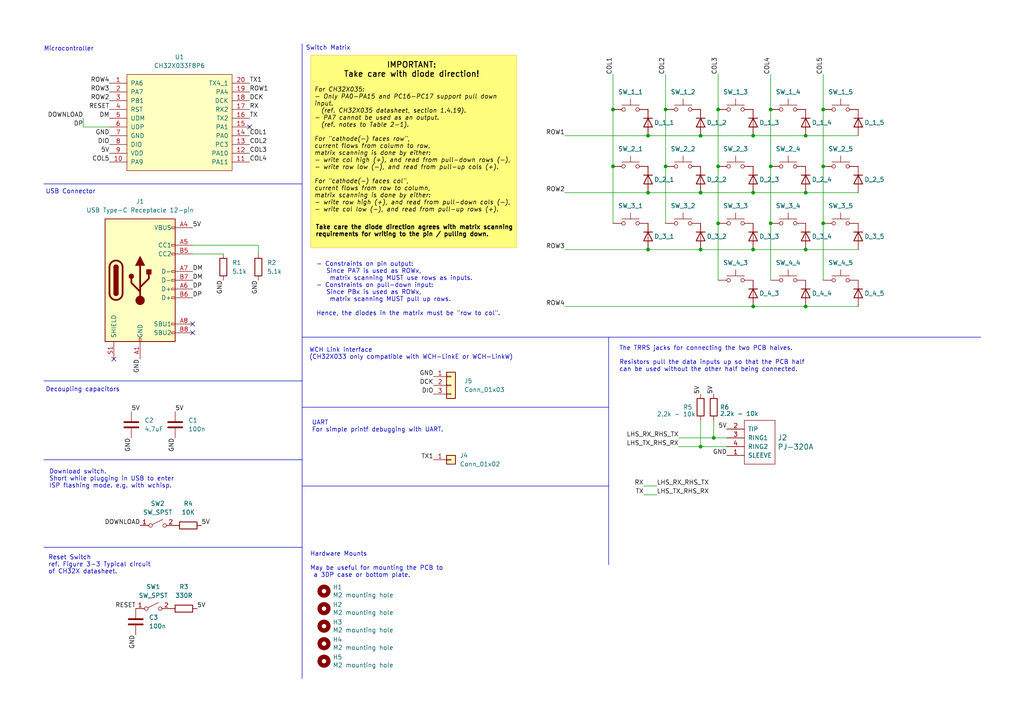
<source format=kicad_sch>
(kicad_sch (version 20250114) (generator "eeschema") (generator_version "9.0")
  (paper "A4")
  (title_block (title "CH32X-36 (LHS)") (date "2025-03-11") (rev "rev2025.1") (company "Richard Goulter (rgoulter)") (comment 1 "Using CH32X MCU.") (comment 2 "LHS of split 3x5+3 keyboard") (comment 3 "Project: https://github.com/rgoulter/keyboard-labs"))
  (lib_symbols
    (symbol "Connector:USB_C_Receptacle_USB2.0" (pin_names (offset 1.016))
      (property "Reference" "J" (at -10.16 19.05 0))
      (property "Value" "USB_C_Receptacle_USB2.0" (at 19.05 19.05 0))
      (symbol "USB_C_Receptacle_USB2.0_0_0"
        (rectangle (start -0.254 -17.78) (end 0.254 -16.764))
        (rectangle (start 10.16 15.494) (end 9.144 14.986))
        (rectangle (start 10.16 10.414) (end 9.144 9.906))
        (rectangle (start 10.16 7.874) (end 9.144 7.366))
        (rectangle (start 10.16 2.794) (end 9.144 2.286))
        (rectangle (start 10.16 0.254) (end 9.144 -0.254))
        (rectangle (start 10.16 -2.286) (end 9.144 -2.794))
        (rectangle (start 10.16 -4.826) (end 9.144 -5.334))
        (rectangle (start 10.16 -12.446) (end 9.144 -12.954))
        (rectangle (start 10.16 -14.986) (end 9.144 -15.494))
      )
      (symbol "USB_C_Receptacle_USB2.0_0_1"
        (rectangle (start -10.16 17.78) (end 10.16 -17.78) (stroke (width 0.254)) (fill (type background)))
        (polyline (pts (xy -8.89 -3.81) (xy -8.89 3.81)) (stroke (width 0.508)))
        (rectangle (start -7.62 -3.81) (end -6.35 3.81) (stroke (width 0.254)) (fill (type outline)))
        (arc (start -7.62 3.81) (mid -6.985 4.4423) (end -6.35 3.81) (stroke (width 0.254)))
        (arc (start -7.62 3.81) (mid -6.985 4.4423) (end -6.35 3.81) (stroke (width 0.254)) (fill (type outline)))
        (arc (start -8.89 3.81) (mid -6.985 5.7067) (end -5.08 3.81) (stroke (width 0.508)))
        (arc (start -5.08 -3.81) (mid -6.985 -5.7067) (end -8.89 -3.81) (stroke (width 0.508)))
        (arc (start -6.35 -3.81) (mid -6.985 -4.4423) (end -7.62 -3.81) (stroke (width 0.254)))
        (arc (start -6.35 -3.81) (mid -6.985 -4.4423) (end -7.62 -3.81) (stroke (width 0.254)) (fill (type outline)))
        (polyline (pts (xy -5.08 3.81) (xy -5.08 -3.81)) (stroke (width 0.508)))
        (circle (center -2.54 1.143) (radius 0.635) (stroke (width 0.254)) (fill (type outline)))
        (polyline (pts (xy -1.27 4.318) (xy 0 6.858) (xy 1.27 4.318) (xy -1.27 4.318)) (stroke (width 0.254)) (fill (type outline)))
        (polyline (pts (xy 0 -2.032) (xy 2.54 0.508) (xy 2.54 1.778)) (stroke (width 0.508)))
        (polyline (pts (xy 0 -3.302) (xy -2.54 -0.762) (xy -2.54 0.508)) (stroke (width 0.508)))
        (polyline (pts (xy 0 -5.842) (xy 0 4.318)) (stroke (width 0.508)))
        (circle (center 0 -5.842) (radius 1.27) (fill (type outline)))
        (rectangle (start 1.905 1.778) (end 3.175 3.048) (stroke (width 0.254)) (fill (type outline)))
      )
      (symbol "USB_C_Receptacle_USB2.0_1_1"
        (pin passive line (at -7.62 -22.86 90) (length 5.08) (name "SHIELD") (number "S1"))
        (pin passive line (at 0 -22.86 90) (length 5.08) (name "GND") (number "A1"))
        (pin passive line (at 0 -22.86 90) (length 5.08) (hide yes) (name "GND") (number "A12"))
        (pin passive line (at 0 -22.86 90) (length 5.08) (hide yes) (name "GND") (number "B1"))
        (pin passive line (at 0 -22.86 90) (length 5.08) (hide yes) (name "GND") (number "B12"))
        (pin passive line (at 15.24 15.24 180) (length 5.08) (name "VBUS") (number "A4"))
        (pin passive line (at 15.24 15.24 180) (length 5.08) (hide yes) (name "VBUS") (number "A9"))
        (pin passive line (at 15.24 15.24 180) (length 5.08) (hide yes) (name "VBUS") (number "B4"))
        (pin passive line (at 15.24 15.24 180) (length 5.08) (hide yes) (name "VBUS") (number "B9"))
        (pin bidirectional line (at 15.24 10.16 180) (length 5.08) (name "CC1") (number "A5"))
        (pin bidirectional line (at 15.24 7.62 180) (length 5.08) (name "CC2") (number "B5"))
        (pin bidirectional line (at 15.24 2.54 180) (length 5.08) (name "D-") (number "A7"))
        (pin bidirectional line (at 15.24 0 180) (length 5.08) (name "D-") (number "B7"))
        (pin bidirectional line (at 15.24 -2.54 180) (length 5.08) (name "D+") (number "A6"))
        (pin bidirectional line (at 15.24 -5.08 180) (length 5.08) (name "D+") (number "B6"))
        (pin bidirectional line (at 15.24 -12.7 180) (length 5.08) (name "SBU1") (number "A8"))
        (pin bidirectional line (at 15.24 -15.24 180) (length 5.08) (name "SBU2") (number "B8"))
      )
    )
    (symbol "Connector_Generic:Conn_01x01" (pin_names (offset 1.016) (hide yes))
      (property "Reference" "J" (at 0 2.54 0))
      (property "Value" "Conn_01x01" (at 0 -2.54 0))
      (symbol "Conn_01x01_1_1"
        (rectangle (start -1.27 1.27) (end 1.27 -1.27) (stroke (width 0.254)) (fill (type background)))
        (rectangle (start -1.27 0.127) (end 0 -0.127) (stroke (width 0.1524)))
        (pin passive line (at -5.08 0 0) (length 3.81) (name "Pin_1") (number "1"))
      )
    )
    (symbol "Connector_Generic:Conn_01x03" (pin_names (offset 1.016) (hide yes))
      (property "Reference" "J" (at 0 5.08 0))
      (property "Value" "Conn_01x03" (at 0 -5.08 0))
      (symbol "Conn_01x03_1_1"
        (rectangle (start -1.27 3.81) (end 1.27 -3.81) (stroke (width 0.254)) (fill (type background)))
        (rectangle (start -1.27 2.667) (end 0 2.413) (stroke (width 0.1524)))
        (rectangle (start -1.27 0.127) (end 0 -0.127) (stroke (width 0.1524)))
        (rectangle (start -1.27 -2.413) (end 0 -2.667) (stroke (width 0.1524)))
        (pin passive line (at -5.08 2.54 0) (length 3.81) (name "Pin_1") (number "1"))
        (pin passive line (at -5.08 0 0) (length 3.81) (name "Pin_2") (number "2"))
        (pin passive line (at -5.08 -2.54 0) (length 3.81) (name "Pin_3") (number "3"))
      )
    )
    (symbol "Device:C" (pin_numbers (hide yes)) (pin_names (offset 0.254))
      (property "Reference" "C" (at 0.635 2.54 0))
      (property "Value" "C" (at 0.635 -2.54 0))
      (symbol "C_0_1"
        (polyline (pts (xy -2.032 0.762) (xy 2.032 0.762)) (stroke (width 0.508)))
        (polyline (pts (xy -2.032 -0.762) (xy 2.032 -0.762)) (stroke (width 0.508)))
      )
      (symbol "C_1_1"
        (pin passive line (at 0 3.81 270) (length 2.794) (name "~") (number "1"))
        (pin passive line (at 0 -3.81 90) (length 2.794) (name "~") (number "2"))
      )
    )
    (symbol "Device:D" (pin_numbers (hide yes)) (pin_names (offset 1.016) (hide yes))
      (property "Reference" "D" (at 0 2.54 0))
      (property "Value" "D" (at 0 -2.54 0))
      (symbol "D_0_1"
        (polyline (pts (xy -1.27 1.27) (xy -1.27 -1.27)) (stroke (width 0.254)))
        (polyline (pts (xy 1.27 1.27) (xy 1.27 -1.27) (xy -1.27 0) (xy 1.27 1.27)) (stroke (width 0.254)))
        (polyline (pts (xy 1.27 0) (xy -1.27 0)))
      )
      (symbol "D_1_1"
        (pin passive line (at -3.81 0 0) (length 2.54) (name "K") (number "1"))
        (pin passive line (at 3.81 0 180) (length 2.54) (name "A") (number "2"))
      )
    )
    (symbol "Device:R" (pin_numbers (hide yes)) (pin_names (offset 0))
      (property "Reference" "R" (at 2.032 0 90))
      (property "Value" "R" (at 0 0 90))
      (symbol "R_0_1"
        (rectangle (start -1.016 -2.54) (end 1.016 2.54) (stroke (width 0.254)))
      )
      (symbol "R_1_1"
        (pin passive line (at 0 3.81 270) (length 1.27) (name "~") (number "1"))
        (pin passive line (at 0 -3.81 90) (length 1.27) (name "~") (number "2"))
      )
    )
    (symbol "Mechanical:MountingHole" (pin_names (offset 1.016))
      (property "Reference" "H" (at 0 5.08 0))
      (property "Value" "MountingHole" (at 0 3.175 0))
      (symbol "MountingHole_0_1"
        (circle (center 0 0) (radius 1.27) (stroke (width 1.27)))
      )
    )
    (symbol "ProjectLocal:CH32X033F8P6" (pin_names (offset 1.016))
      (property "Reference" "U" (at -12.7 27.94 0))
      (property "Value" "CH32X033F8P6" (at 0 12.7 90))
      (symbol "CH32X033F8P6_0_1"
        (rectangle (start -15.24 25.4) (end 15.24 -2.54) (fill (type background)))
      )
      (symbol "CH32X033F8P6_1_1"
        (pin bidirectional line (at -20.32 22.86 0) (length 5.08) (name "PA6") (number "1"))
        (pin input line (at -20.32 20.32 0) (length 5.08) (name "PA7") (number "2"))
        (pin input line (at -20.32 17.78 0) (length 5.08) (name "PB1") (number "3"))
        (pin bidirectional line (at -20.32 15.24 0) (length 5.08) (name "PB7") (number "4") (alternate "RST" bidirectional line))
        (pin input line (at -20.32 12.7 0) (length 5.08) (name "PC16") (number "5") (alternate "UDM" bidirectional line))
        (pin input line (at -20.32 10.16 0) (length 5.08) (name "PC17") (number "6") (alternate "UDP" bidirectional line))
        (pin input line (at -20.32 7.62 0) (length 5.08) (name "GND") (number "7"))
        (pin bidirectional line (at -20.32 5.08 0) (length 5.08) (name "PC18") (number "8") (alternate "DIO" bidirectional line))
        (pin input line (at -20.32 2.54 0) (length 5.08) (name "VDD") (number "9"))
        (pin bidirectional line (at -20.32 0 0) (length 5.08) (name "PA9") (number "10"))
        (pin bidirectional line (at 20.32 22.86 180) (length 5.08) (name "PA5") (number "20") (alternate "TX4_1" power_out line))
        (pin bidirectional line (at 20.32 20.32 180) (length 5.08) (name "PA4") (number "19"))
        (pin bidirectional line (at 20.32 17.78 180) (length 5.08) (name "PC19") (number "18") (alternate "DCK" power_out line))
        (pin bidirectional line (at 20.32 15.24 180) (length 5.08) (name "PA3") (number "17") (alternate "RX2" bidirectional line))
        (pin bidirectional line (at 20.32 12.7 180) (length 5.08) (name "PA2") (number "16") (alternate "TX2" bidirectional line))
        (pin bidirectional line (at 20.32 10.16 180) (length 5.08) (name "PA1") (number "15"))
        (pin bidirectional line (at 20.32 7.62 180) (length 5.08) (name "PA0") (number "14"))
        (pin bidirectional line (at 20.32 5.08 180) (length 5.08) (name "PC3") (number "13"))
        (pin bidirectional line (at 20.32 2.54 180) (length 5.08) (name "PA10") (number "12"))
        (pin bidirectional line (at 20.32 0 180) (length 5.08) (name "PA11") (number "11"))
      )
    )
    (symbol "Switch:SW_Push" (pin_numbers (hide yes)) (pin_names (offset 1.016) (hide yes))
      (property "Reference" "SW" (at 1.27 2.54 0))
      (property "Value" "SW_Push" (at 0 -1.524 0))
      (symbol "SW_Push_0_1"
        (circle (center -2.032 0) (radius 0.508))
        (polyline (pts (xy 0 1.27) (xy 0 3.048)))
        (circle (center 2.032 0) (radius 0.508))
        (polyline (pts (xy 2.54 1.27) (xy -2.54 1.27)))
        (pin passive line (at -5.08 0 0) (length 2.54) (name "1") (number "1"))
        (pin passive line (at 5.08 0 180) (length 2.54) (name "2") (number "2"))
      )
    )
    (symbol "Switch:SW_SPST" (pin_names (offset 0) (hide yes))
      (property "Reference" "SW" (at 0 3.175 0))
      (property "Value" "SW_SPST" (at 0 -2.54 0))
      (symbol "SW_SPST_0_0"
        (circle (center -2.032 0) (radius 0.508))
        (polyline (pts (xy -1.524 0.254) (xy 1.524 1.778)))
        (circle (center 2.032 0) (radius 0.508))
      )
      (symbol "SW_SPST_1_1"
        (pin passive line (at -5.08 0 0) (length 2.54) (name "A") (number "1"))
        (pin passive line (at 5.08 0 180) (length 2.54) (name "B") (number "2"))
      )
    )
    (symbol "keebio:TRRS" (pin_names (offset 1.016))
      (property "Reference" "U" (at 0 15.24 0))
      (property "Value" "TRRS" (at 0 -2.54 0))
      (symbol "TRRS_0_1"
        (rectangle (start -3.81 12.7) (end 5.08 12.7))
        (rectangle (start -3.81 0) (end -3.81 12.7))
        (rectangle (start 5.08 12.7) (end 5.08 0))
        (rectangle (start 5.08 0) (end -3.81 0))
      )
      (symbol "TRRS_1_1"
        (pin input line (at -8.89 10.16 0) (length 5.08) (name "TIP") (number "2"))
        (pin input line (at -8.89 7.62 0) (length 5.08) (name "RING1") (number "3"))
        (pin input line (at -8.89 5.08 0) (length 5.08) (name "RING2") (number "4"))
        (pin input line (at -8.89 2.54 0) (length 5.08) (name "SLEEVE") (number "1"))
      )
    )
  )
  (text "Hardware Mounts\n\nMay be useful for mounting the PCB to\n a 3DP case or bottom plate." (at 89.916 167.64 0) (effects (font (size 1.27 1.27)) (justify left bottom)))
  (text "UART\nFor simple printf debugging with UART." (at 90.424 125.476 0) (effects (font (size 1.27 1.27)) (justify left bottom)))
  (text "IMPORTANT:\nTake care with diode direction!" (at 119.38 20.32 0) (effects (font (size 1.651 1.651) (thickness 0.254) (bold yes))))
  (text "The TRRS jacks for connecting the two PCB halves.\n\nResistors pull the data inputs up so that the PCB half\ncan be used without the other half being connected." (at 179.578 107.95 0) (effects (font (size 1.27 1.27)) (justify left bottom)))
  (text "Download switch.\nShort while plugging in USB to enter\nISP flashing mode. e.g. with wchisp." (at 14.224 141.732 0) (effects (font (size 1.27 1.27)) (justify left bottom)))
  (text "Take care the diode direction agrees with matrix scanning\nrequirements for writing to the pin / pulling down." (at 91.44 67.056 0) (effects (font (size 1.27 1.27) (thickness 0.254) (bold yes)) (justify left)))
  (text "Microcontroller" (at 12.7 14.986 0) (effects (font (size 1.27 1.27)) (justify left bottom)))
  (text "Decoupling capacitors" (at 13.208 113.792 0) (effects (font (size 1.27 1.27)) (justify left bottom)))
  (text "USB Connector" (at 13.208 56.388 0) (effects (font (size 1.27 1.27)) (justify left bottom)))
  (text "WCH Link interface\n(CH32X033 only compatible with WCH-LinkE or WCH-LinkW)" (at 89.662 104.394 0) (effects (font (size 1.27 1.27)) (justify left bottom)))
  (text "Reset Switch\nref. Figure 3-3 Typical circuit\nof CH32X datasheet." (at 13.97 166.624 0) (effects (font (size 1.27 1.27)) (justify left bottom)))
  (text "Switch Matrix" (at 88.646 14.732 0) (effects (font (size 1.27 1.27)) (justify left bottom)))
  (text "- Constraints on pin output:\n   Since PA7 is used as ROWx,\n    matrix scanning MUST use rows as inputs.\n- Constraints on pull-down input:\n   Since PBx is used as ROWx,\n    matrix scanning MUST pull up rows.\n\nHence, the diodes in the matrix must be \"row to col\". " (at 91.694 75.946 0) (effects (font (size 1.27 1.27)) (justify left top)))
  (text_box "\n\n\n\nFor CH32X035:\n- Only PA0-PA15 and PC16-PC17 support pull down input.\n  (ref. CH32X035 datasheet, section 1.4.19).\n- PA7 cannot be used as an output.\n  (ref. notes to Table 2-1).\n\nFor \"cathode(-) faces row\",\ncurrent flows from column to row,\nmatrix scanning is done by either:\n- write col high (+), and read from pull-down rows (-),\n- write row low (-), and read from pull-up cols (+).\n\nFor \"cathode(-) faces col\",\ncurrent flows from row to column,\nmatrix scanning is done by either:\n- write row high (+), and read from pull-down cols (-),\n- write col low (-), and read from pull-up rows (+)." (at 90.17 16.002 0) (size 59.69 55.88) (margins 0.9652 0.9652 0.9652 0.9652) (stroke (width 0.0254) (color 255 153 0 1)) (fill (type color) (color 255 255 0 0.51)) (effects (font (size 1.27 1.27) (italic yes)) (justify left top)))
  (junction (at 187.96 55.88))
  (junction (at 233.68 88.9))
  (junction (at 218.44 55.88))
  (junction (at 208.28 31.75))
  (junction (at 203.2 55.88))
  (junction (at 233.68 55.88))
  (junction (at 177.8 48.26))
  (junction (at 233.68 39.37))
  (junction (at 223.52 31.75))
  (junction (at 207.01 127))
  (junction (at 208.28 48.26))
  (junction (at 187.96 72.39))
  (junction (at 203.2 39.37))
  (junction (at 177.8 31.75))
  (junction (at 238.76 48.26))
  (junction (at 218.44 39.37))
  (junction (at 193.04 48.26))
  (junction (at 238.76 64.77))
  (junction (at 218.44 88.9))
  (junction (at 193.04 31.75))
  (junction (at 233.68 72.39))
  (junction (at 218.44 72.39))
  (junction (at 238.76 31.75))
  (junction (at 187.96 39.37))
  (junction (at 223.52 48.26))
  (junction (at 208.28 64.77))
  (junction (at 223.52 64.77))
  (junction (at 203.2 129.54))
  (junction (at 203.2 72.39))
  (no_connect (at 33.02 104.14))
  (no_connect (at 55.88 93.98))
  (no_connect (at 72.39 36.83))
  (no_connect (at 55.88 96.52))
  (polyline (pts (xy 12.7 110.49) (xy 87.63 110.49)))
  (wire (pts (xy 223.52 21.59) (xy 223.52 31.75)))
  (polyline (pts (xy 87.63 110.49) (xy 87.63 97.79)))
  (wire (pts (xy 186.69 140.97) (xy 190.5 140.97)))
  (wire (pts (xy 218.44 39.37) (xy 233.68 39.37)))
  (wire (pts (xy 208.28 31.75) (xy 208.28 48.26)))
  (wire (pts (xy 207.01 127) (xy 207.01 121.92)))
  (wire (pts (xy 208.28 64.77) (xy 208.28 81.28)))
  (wire (pts (xy 203.2 129.54) (xy 210.82 129.54)))
  (polyline (pts (xy 12.7 133.35) (xy 87.63 133.35)))
  (wire (pts (xy 203.2 55.88) (xy 218.44 55.88)))
  (polyline (pts (xy 87.63 110.49) (xy 87.63 196.85)))
  (wire (pts (xy 196.85 129.54) (xy 203.2 129.54)))
  (wire (pts (xy 233.68 88.9) (xy 248.92 88.9)))
  (wire (pts (xy 163.83 55.88) (xy 187.96 55.88)))
  (wire (pts (xy 177.8 48.26) (xy 177.8 64.77)))
  (wire (pts (xy 163.83 72.39) (xy 187.96 72.39)))
  (wire (pts (xy 193.04 31.75) (xy 193.04 48.26)))
  (wire (pts (xy 55.88 73.66) (xy 64.77 73.66)))
  (wire (pts (xy 238.76 64.77) (xy 238.76 81.28)))
  (wire (pts (xy 218.44 88.9) (xy 233.68 88.9)))
  (wire (pts (xy 203.2 72.39) (xy 218.44 72.39)))
  (wire (pts (xy 187.96 55.88) (xy 203.2 55.88)))
  (wire (pts (xy 208.28 48.26) (xy 208.28 64.77)))
  (wire (pts (xy 55.88 71.12) (xy 74.93 71.12)))
  (wire (pts (xy 193.04 48.26) (xy 193.04 64.77)))
  (polyline (pts (xy 87.63 118.11) (xy 176.53 118.11)))
  (polyline (pts (xy 176.53 97.79) (xy 176.53 163.83)))
  (wire (pts (xy 223.52 48.26) (xy 223.52 64.77)))
  (polyline (pts (xy 87.63 12.7) (xy 87.63 97.79)))
  (wire (pts (xy 187.96 72.39) (xy 203.2 72.39)))
  (wire (pts (xy 74.93 73.66) (xy 74.93 71.12)))
  (wire (pts (xy 233.68 39.37) (xy 248.92 39.37)))
  (wire (pts (xy 24.13 36.83) (xy 24.13 34.29)))
  (wire (pts (xy 223.52 31.75) (xy 223.52 48.26)))
  (wire (pts (xy 208.28 21.59) (xy 208.28 31.75)))
  (wire (pts (xy 203.2 39.37) (xy 218.44 39.37)))
  (wire (pts (xy 193.04 21.59) (xy 193.04 31.75)))
  (wire (pts (xy 223.52 64.77) (xy 223.52 81.28)))
  (wire (pts (xy 238.76 48.26) (xy 238.76 64.77)))
  (polyline (pts (xy 87.63 140.97) (xy 176.53 140.97)))
  (wire (pts (xy 238.76 31.75) (xy 238.76 48.26)))
  (wire (pts (xy 24.13 36.83) (xy 31.75 36.83)))
  (wire (pts (xy 163.83 39.37) (xy 187.96 39.37)))
  (wire (pts (xy 163.83 88.9) (xy 218.44 88.9)))
  (polyline (pts (xy 12.7 53.34) (xy 87.63 53.34)))
  (polyline (pts (xy 87.63 97.79) (xy 284.48 97.79)))
  (polyline (pts (xy 12.7 158.75) (xy 87.63 158.75)))
  (wire (pts (xy 233.68 72.39) (xy 248.92 72.39)))
  (wire (pts (xy 186.69 143.51) (xy 190.5 143.51)))
  (wire (pts (xy 203.2 129.54) (xy 203.2 121.92)))
  (wire (pts (xy 233.68 55.88) (xy 248.92 55.88)))
  (wire (pts (xy 238.76 21.59) (xy 238.76 31.75)))
  (wire (pts (xy 177.8 31.75) (xy 177.8 48.26)))
  (wire (pts (xy 177.8 21.59) (xy 177.8 31.75)))
  (wire (pts (xy 218.44 55.88) (xy 233.68 55.88)))
  (wire (pts (xy 196.85 127) (xy 207.01 127)))
  (wire (pts (xy 218.44 72.39) (xy 233.68 72.39)))
  (wire (pts (xy 207.01 127) (xy 210.82 127)))
  (wire (pts (xy 187.96 39.37) (xy 203.2 39.37)))
  (label "5V" (at 50.8 119.38 0))
  (label "COL4" (at 223.52 21.59 90))
  (label "ROW2" (at 163.83 55.88 180))
  (label "5V" (at 58.42 152.4 0))
  (label "DCK" (at 72.39 29.21 0))
  (label "GND" (at 38.1 127 270))
  (label "LHS_TX_RHS_RX" (at 196.85 129.54 180))
  (label "COL1" (at 177.8 21.59 90))
  (label "5V" (at 38.1 119.38 0))
  (label "RX" (at 186.69 140.97 180))
  (label "COL2" (at 193.04 21.59 90))
  (label "COL5" (at 238.76 21.59 90))
  (label "RESET" (at 31.75 31.75 180))
  (label "RESET" (at 39.37 176.53 180))
  (label "DIO" (at 125.73 114.3 180))
  (label "COL4" (at 72.39 46.99 0))
  (label "5V" (at 203.2 114.3 90))
  (label "ROW4" (at 163.83 88.9 180))
  (label "5V" (at 55.88 66.04 0))
  (label "DP" (at 55.88 86.36 0))
  (label "TX" (at 186.69 143.51 180))
  (label "DM" (at 55.88 81.28 0))
  (label "5V" (at 210.82 124.46 180))
  (label "LHS_TX_RHS_RX" (at 190.5 143.51 0))
  (label "GND" (at 125.73 109.22 180))
  (label "ROW1" (at 163.83 39.37 180))
  (label "5V" (at 207.01 114.3 90))
  (label "5V" (at 57.15 176.53 0))
  (label "GND" (at 39.37 184.15 270))
  (label "GND" (at 210.82 132.08 180))
  (label "GND" (at 74.93 81.28 270))
  (label "TX1" (at 125.73 133.35 180))
  (label "RX" (at 72.39 31.75 0))
  (label "DIO" (at 31.75 41.91 180))
  (label "COL3" (at 208.28 21.59 90))
  (label "DP" (at 24.13 36.83 180))
  (label "ROW3" (at 31.75 26.67 180))
  (label "COL2" (at 72.39 41.91 0))
  (label "DP" (at 55.88 83.82 0))
  (label "COL1" (at 72.39 39.37 0))
  (label "GND" (at 64.77 81.28 270))
  (label "ROW4" (at 31.75 24.13 180))
  (label "GND" (at 40.64 104.14 270))
  (label "DM" (at 31.75 34.29 180))
  (label "COL3" (at 72.39 44.45 0))
  (label "LHS_RX_RHS_TX" (at 190.5 140.97 0))
  (label "GND" (at 50.8 127 270))
  (label "ROW3" (at 163.83 72.39 180))
  (label "GND" (at 31.75 39.37 180))
  (label "TX" (at 72.39 34.29 0))
  (label "COL5" (at 31.75 46.99 180))
  (label "DOWNLOAD" (at 24.13 34.29 180))
  (label "DCK" (at 125.73 111.76 180))
  (label "ROW2" (at 31.75 29.21 180))
  (label "DM" (at 55.88 78.74 0))
  (label "TX1" (at 72.39 24.13 0))
  (label "5V" (at 31.75 44.45 180))
  (label "ROW1" (at 72.39 26.67 0))
  (label "LHS_RX_RHS_TX" (at 196.85 127 180))
  (label "DOWNLOAD" (at 40.64 152.4 180))
  (symbol (lib_id "ProjectLocal:CH32X033F8P6") (at 52.07 46.99 0) (unit 1)
    (property "Reference" "U1" (at 52.07 16.51 0))
    (property "Value" "CH32X033F8P6" (at 52.07 19.05 0))
    (property "Footprint" "Package_SO:TSSOP-20_4.4x6.5mm_P0.65mm" (effects (hide yes)))
    (property "Description" "CH32X033F8P6" (effects (hide yes)))
    (pin "16" (alternate "TX2"))
    (pin "17" (alternate "RX2"))
    (pin "18" (alternate "DCK"))
    (pin "20" (alternate "TX4_1"))
    (pin "4" (alternate "RST"))
    (pin "5" (alternate "UDM"))
    (pin "6" (alternate "UDP"))
    (pin "8" (alternate "DIO"))
  )
  (symbol (lib_id "Switch:SW_Push") (at 198.12 64.77 0) (unit 1)
    (property "Reference" "SW_3_2" (at 198.12 59.69 0))
    (property "Value" "MX-compatible" (effects (hide yes)))
    (property "Footprint" "ProjectLocal:SW_Cherry_MX_PCB_1.00u_BSilkRef" (effects (hide yes)))
    (property "Description" "Mechanical Keyboard Switch" (effects (hide yes)))
  )
  (symbol (lib_id "Device:D") (at 248.92 85.09 270) (unit 1)
    (property "Reference" "D_4_5" (at 256.54 85.09 90) (effects (justify right)))
    (property "Value" "1N4148" (effects (hide yes)))
    (property "Footprint" "Diode_SMD:D_SOD-123" (effects (hide yes)))
    (property "Description" "Diode (0805)" (effects (hide yes)))
    (property "LCSC" "C81598" (effects (hide yes)))
  )
  (symbol (lib_id "Device:D") (at 248.92 35.56 270) (unit 1)
    (property "Reference" "D_1_5" (at 256.54 35.56 90) (effects (justify right)))
    (property "Value" "1N4148" (effects (hide yes)))
    (property "Footprint" "Diode_SMD:D_SOD-123" (effects (hide yes)))
    (property "Description" "Diode (0805)" (effects (hide yes)))
    (property "LCSC" "C81598" (effects (hide yes)))
  )
  (symbol (lib_id "Device:D") (at 218.44 85.09 270) (unit 1)
    (property "Reference" "D_4_3" (at 226.06 85.09 90) (effects (justify right)))
    (property "Value" "1N4148" (effects (hide yes)))
    (property "Footprint" "Diode_SMD:D_SOD-123" (effects (hide yes)))
    (property "Description" "Diode (0805)" (effects (hide yes)))
    (property "LCSC" "C81598" (effects (hide yes)))
  )
  (symbol (lib_id "Switch:SW_Push") (at 228.6 81.28 0) (unit 1)
    (property "Reference" "SW_4_4" (at 228.6 76.2 0))
    (property "Value" "MX-compatible" (effects (hide yes)))
    (property "Footprint" "ProjectLocal:SW_Cherry_MX_PCB_1.00u_BSilkRef" (effects (hide yes)))
    (property "Description" "Mechanical Keyboard Switch" (effects (hide yes)))
  )
  (symbol (lib_id "Switch:SW_Push") (at 198.12 31.75 0) (unit 1)
    (property "Reference" "SW_1_2" (at 198.12 26.67 0))
    (property "Value" "MX-compatible" (effects (hide yes)))
    (property "Footprint" "ProjectLocal:SW_Cherry_MX_PCB_1.00u_BSilkRef" (effects (hide yes)))
    (property "Description" "Mechanical Keyboard Switch" (effects (hide yes)))
  )
  (symbol (lib_id "Switch:SW_Push") (at 228.6 31.75 0) (unit 1)
    (property "Reference" "SW_1_4" (at 228.6 26.67 0))
    (property "Value" "MX-compatible" (effects (hide yes)))
    (property "Footprint" "ProjectLocal:SW_Cherry_MX_PCB_1.00u_BSilkRef" (effects (hide yes)))
    (property "Description" "Mechanical Keyboard Switch" (effects (hide yes)))
  )
  (symbol (lib_id "Mechanical:MountingHole") (at 93.98 181.61 0) (unit 1)
    (property "Reference" "H3" (at 96.52 180.4416 0) (effects (justify left)))
    (property "Value" "M2 mounting hole" (at 96.52 182.753 0) (effects (justify left)))
    (property "Footprint" "MountingHole:MountingHole_2.2mm_M2_DIN965" (effects (hide yes)))
  )
  (symbol (lib_id "Device:R") (at 64.77 77.47 0) (unit 1)
    (property "Reference" "R1" (at 67.31 76.2 0) (effects (justify left)))
    (property "Value" "5.1k" (at 67.31 78.74 0) (effects (justify left)))
    (property "Footprint" "Resistor_SMD:R_0805_2012Metric" (effects (hide yes)))
    (property "LCSC" "C27834" (effects (hide yes)))
  )
  (symbol (lib_id "Mechanical:MountingHole") (at 93.98 176.53 0) (unit 1)
    (property "Reference" "H2" (at 96.52 175.3616 0) (effects (justify left)))
    (property "Value" "M2 mounting hole" (at 96.52 177.673 0) (effects (justify left)))
    (property "Footprint" "MountingHole:MountingHole_2.2mm_M2_DIN965" (effects (hide yes)))
  )
  (symbol (lib_id "Connector_Generic:Conn_01x01") (at 130.81 133.35 0) (unit 1) (in_bom no)
    (property "Reference" "J4" (at 133.35 132.0799 0) (effects (justify left)))
    (property "Value" "Conn_01x02" (at 133.35 134.6199 0) (effects (justify left)))
    (property "Footprint" "Connector_PinHeader_2.54mm:PinHeader_1x01_P2.54mm_Vertical" (effects (hide yes)))
    (property "Description" "Generic connector, single row, 01x01, script generated (kicad-library-utils/schlib/autogen/connector/)" (effects (hide yes)))
  )
  (symbol (lib_id "Device:D") (at 233.68 85.09 270) (unit 1)
    (property "Reference" "D_4_4" (at 241.3 85.09 90) (effects (justify right)))
    (property "Value" "1N4148" (effects (hide yes)))
    (property "Footprint" "Diode_SMD:D_SOD-123" (effects (hide yes)))
    (property "Description" "Diode (0805)" (effects (hide yes)))
    (property "LCSC" "C81598" (effects (hide yes)))
  )
  (symbol (lib_id "Device:D") (at 248.92 68.58 270) (unit 1)
    (property "Reference" "D_3_5" (at 256.54 68.58 90) (effects (justify right)))
    (property "Value" "1N4148" (effects (hide yes)))
    (property "Footprint" "Diode_SMD:D_SOD-123" (effects (hide yes)))
    (property "Description" "Diode (0805)" (effects (hide yes)))
    (property "LCSC" "C81598" (effects (hide yes)))
  )
  (symbol (lib_id "Connector:USB_C_Receptacle_USB2.0") (at 40.64 81.28 0) (unit 1)
    (property "Reference" "J1" (at 40.64 58.42 0))
    (property "Value" "USB Type-C Receptacle 12-pin" (at 40.64 60.96 0))
    (property "Footprint" "Connector_USB:USB_C_Receptacle_HRO_TYPE-C-31-M-12" (effects (hide yes)))
    (property "Datasheet" "https://www.usb.org/sites/default/files/documents/usb_type-c.zip" (effects (hide yes)))
    (property "LCSC" "C165948" (effects (hide yes)))
  )
  (symbol (lib_id "Switch:SW_SPST") (at 45.72 152.4 0) (unit 1) (in_bom no)
    (property "Reference" "SW2" (at 45.72 146.05 0))
    (property "Value" "SW_SPST" (at 45.72 148.59 0))
    (property "Footprint" "Connector_Wire:SolderWire-0.5sqmm_1x02_P4.6mm_D0.9mm_OD2.1mm" (effects (hide yes)))
  )
  (symbol (lib_id "Switch:SW_Push") (at 243.84 64.77 0) (unit 1)
    (property "Reference" "SW_3_5" (at 243.84 59.69 0))
    (property "Value" "MX-compatible" (effects (hide yes)))
    (property "Footprint" "ProjectLocal:SW_Cherry_MX_PCB_1.00u_BSilkRef" (effects (hide yes)))
    (property "Description" "Mechanical Keyboard Switch" (effects (hide yes)))
  )
  (symbol (lib_id "Device:C") (at 38.1 123.19 0) (unit 1)
    (property "Reference" "C2" (at 41.91 121.9199 0) (effects (justify left)))
    (property "Value" "4.7uF" (at 41.91 124.4599 0) (effects (justify left)))
    (property "Footprint" "Capacitor_SMD:C_0805_2012Metric" (effects (hide yes)))
    (property "LCSC" "C1779" (effects (hide yes)))
  )
  (symbol (lib_id "Switch:SW_Push") (at 182.88 48.26 0) (unit 1)
    (property "Reference" "SW_2_1" (at 182.88 43.18 0))
    (property "Value" "MX-compatible" (effects (hide yes)))
    (property "Footprint" "ProjectLocal:SW_Cherry_MX_PCB_1.00u_BSilkRef" (effects (hide yes)))
    (property "Description" "Mechanical Keyboard Switch" (effects (hide yes)))
  )
  (symbol (lib_id "Switch:SW_Push") (at 213.36 81.28 0) (unit 1)
    (property "Reference" "SW_4_3" (at 213.36 76.2 0))
    (property "Value" "MX-compatible" (effects (hide yes)))
    (property "Footprint" "ProjectLocal:SW_Cherry_MX_PCB_1.00u_BSilkRef" (effects (hide yes)))
    (property "Description" "Mechanical Keyboard Switch" (effects (hide yes)))
  )
  (symbol (lib_id "Device:R") (at 207.01 118.11 0) (unit 1)
    (property "Reference" "R6" (at 208.788 118.11 0) (effects (justify left)))
    (property "Value" "2.2k - 10k" (at 208.788 119.253 0) (effects (justify left top)))
    (property "Footprint" "Resistor_SMD:R_0805_2012Metric" (effects (hide yes)))
    (property "Description" "Resistor (0805)" (effects (hide yes)))
    (property "Comment" "R3, for RGB LEDs. R5, R6 for OLED screen" (effects (hide yes)))
  )
  (symbol (lib_id "Device:D") (at 203.2 52.07 270) (unit 1)
    (property "Reference" "D_2_2" (at 210.82 52.07 90) (effects (justify right)))
    (property "Value" "1N4148" (effects (hide yes)))
    (property "Footprint" "Diode_SMD:D_SOD-123" (effects (hide yes)))
    (property "Description" "Diode (0805)" (effects (hide yes)))
    (property "LCSC" "C81598" (effects (hide yes)))
  )
  (symbol (lib_id "Device:R") (at 53.34 176.53 90) (unit 1)
    (property "Reference" "R3" (at 53.34 170.18 90))
    (property "Value" "330R" (at 53.34 172.72 90))
    (property "Footprint" "Resistor_SMD:R_0805_2012Metric" (effects (hide yes)))
    (property "LCSC" "C17630" (effects (hide yes)))
  )
  (symbol (lib_id "Switch:SW_Push") (at 243.84 31.75 0) (unit 1)
    (property "Reference" "SW_1_5" (at 243.84 26.67 0))
    (property "Value" "MX-compatible" (effects (hide yes)))
    (property "Footprint" "ProjectLocal:SW_Cherry_MX_PCB_1.00u_BSilkRef" (effects (hide yes)))
    (property "Description" "Mechanical Keyboard Switch" (effects (hide yes)))
  )
  (symbol (lib_id "Switch:SW_Push") (at 213.36 31.75 0) (unit 1)
    (property "Reference" "SW_1_3" (at 213.36 26.67 0))
    (property "Value" "MX-compatible" (effects (hide yes)))
    (property "Footprint" "ProjectLocal:SW_Cherry_MX_PCB_1.00u_BSilkRef" (effects (hide yes)))
    (property "Description" "Mechanical Keyboard Switch" (effects (hide yes)))
  )
  (symbol (lib_id "Device:D") (at 187.96 52.07 270) (unit 1)
    (property "Reference" "D_2_1" (at 195.58 52.07 90) (effects (justify right)))
    (property "Value" "1N4148" (effects (hide yes)))
    (property "Footprint" "Diode_SMD:D_SOD-123" (effects (hide yes)))
    (property "Description" "Diode (0805)" (effects (hide yes)))
    (property "LCSC" "C81598" (effects (hide yes)))
  )
  (symbol (lib_id "Device:C") (at 50.8 123.19 0) (unit 1)
    (property "Reference" "C1" (at 54.61 121.92 0) (effects (justify left)))
    (property "Value" "100n" (at 54.61 124.46 0) (effects (justify left)))
    (property "Footprint" "Capacitor_SMD:C_0805_2012Metric" (effects (hide yes)))
    (property "LCSC" "C28233" (effects (hide yes)))
  )
  (symbol (lib_id "Device:D") (at 218.44 52.07 270) (unit 1)
    (property "Reference" "D_2_3" (at 226.06 52.07 90) (effects (justify right)))
    (property "Value" "1N4148" (effects (hide yes)))
    (property "Footprint" "Diode_SMD:D_SOD-123" (effects (hide yes)))
    (property "Description" "Diode (0805)" (effects (hide yes)))
    (property "LCSC" "C81598" (effects (hide yes)))
  )
  (symbol (lib_id "Switch:SW_SPST") (at 44.45 176.53 0) (unit 1)
    (property "Reference" "SW1" (at 44.45 170.18 0))
    (property "Value" "SW_SPST" (at 44.45 172.72 0))
    (property "Footprint" "Connector_Wire:SolderWire-0.5sqmm_1x02_P4.6mm_D0.9mm_OD2.1mm" (effects (hide yes)))
  )
  (symbol (lib_id "keebio:TRRS") (at 219.71 134.62 0) (unit 1)
    (property "Reference" "J2" (at 225.5012 126.9238 0) (effects (font (size 1.524 1.524)) (justify left)))
    (property "Value" "PJ-320A" (at 225.5012 129.6162 0) (effects (font (size 1.524 1.524)) (justify left)))
    (property "Footprint" "Keebio-Parts:TRRS-PJ-320A" (effects (hide yes)))
    (property "Description" "TRRS (4-pole) Jack" (effects (hide yes)))
  )
  (symbol (lib_id "Device:D") (at 233.68 52.07 270) (unit 1)
    (property "Reference" "D_2_4" (at 241.3 52.07 90) (effects (justify right)))
    (property "Value" "1N4148" (effects (hide yes)))
    (property "Footprint" "Diode_SMD:D_SOD-123" (effects (hide yes)))
    (property "Description" "Diode (0805)" (effects (hide yes)))
    (property "LCSC" "C81598" (effects (hide yes)))
  )
  (symbol (lib_id "Switch:SW_Push") (at 198.12 48.26 0) (unit 1)
    (property "Reference" "SW_2_2" (at 198.12 43.18 0))
    (property "Value" "MX-compatible" (effects (hide yes)))
    (property "Footprint" "ProjectLocal:SW_Cherry_MX_PCB_1.00u_BSilkRef" (effects (hide yes)))
    (property "Description" "Mechanical Keyboard Switch" (effects (hide yes)))
  )
  (symbol (lib_id "Device:D") (at 218.44 35.56 270) (unit 1)
    (property "Reference" "D_1_3" (at 226.06 35.56 90) (effects (justify right)))
    (property "Value" "1N4148" (effects (hide yes)))
    (property "Footprint" "Diode_SMD:D_SOD-123" (effects (hide yes)))
    (property "Description" "Diode (0805)" (effects (hide yes)))
    (property "LCSC" "C81598" (effects (hide yes)))
  )
  (symbol (lib_id "Device:D") (at 203.2 68.58 270) (unit 1)
    (property "Reference" "D_3_2" (at 210.82 68.58 90) (effects (justify right)))
    (property "Value" "1N4148" (effects (hide yes)))
    (property "Footprint" "Diode_SMD:D_SOD-123" (effects (hide yes)))
    (property "Description" "Diode (0805)" (effects (hide yes)))
    (property "LCSC" "C81598" (effects (hide yes)))
  )
  (symbol (lib_id "Switch:SW_Push") (at 243.84 48.26 0) (unit 1)
    (property "Reference" "SW_2_5" (at 243.84 43.18 0))
    (property "Value" "MX-compatible" (effects (hide yes)))
    (property "Footprint" "ProjectLocal:SW_Cherry_MX_PCB_1.00u_BSilkRef" (effects (hide yes)))
    (property "Description" "Mechanical Keyboard Switch" (effects (hide yes)))
  )
  (symbol (lib_id "Device:R") (at 54.61 152.4 90) (unit 1)
    (property "Reference" "R4" (at 54.61 146.05 90))
    (property "Value" "10K" (at 54.61 148.59 90))
    (property "Footprint" "Resistor_SMD:R_0805_2012Metric" (effects (hide yes)))
    (property "LCSC" "C17414" (effects (hide yes)))
  )
  (symbol (lib_id "Switch:SW_Push") (at 213.36 64.77 0) (unit 1)
    (property "Reference" "SW_3_3" (at 213.36 59.69 0))
    (property "Value" "MX-compatible" (effects (hide yes)))
    (property "Footprint" "ProjectLocal:SW_Cherry_MX_PCB_1.00u_BSilkRef" (effects (hide yes)))
    (property "Description" "Mechanical Keyboard Switch" (effects (hide yes)))
  )
  (symbol (lib_id "Device:D") (at 233.68 35.56 270) (unit 1)
    (property "Reference" "D_1_4" (at 241.3 35.56 90) (effects (justify right)))
    (property "Value" "1N4148" (effects (hide yes)))
    (property "Footprint" "Diode_SMD:D_SOD-123" (effects (hide yes)))
    (property "Description" "Diode (0805)" (effects (hide yes)))
    (property "LCSC" "C81598" (effects (hide yes)))
  )
  (symbol (lib_id "Device:D") (at 248.92 52.07 270) (unit 1)
    (property "Reference" "D_2_5" (at 256.54 52.07 90) (effects (justify right)))
    (property "Value" "1N4148" (effects (hide yes)))
    (property "Footprint" "Diode_SMD:D_SOD-123" (effects (hide yes)))
    (property "Description" "Diode (0805)" (effects (hide yes)))
    (property "LCSC" "C81598" (effects (hide yes)))
  )
  (symbol (lib_id "Switch:SW_Push") (at 243.84 81.28 0) (unit 1)
    (property "Reference" "SW_4_5" (at 243.84 76.2 0))
    (property "Value" "MX-compatible" (effects (hide yes)))
    (property "Footprint" "ProjectLocal:SW_Cherry_MX_PCB_1.00u_BSilkRef" (effects (hide yes)))
    (property "Description" "Mechanical Keyboard Switch" (effects (hide yes)))
  )
  (symbol (lib_id "Switch:SW_Push") (at 213.36 48.26 0) (unit 1)
    (property "Reference" "SW_2_3" (at 213.36 43.18 0))
    (property "Value" "MX-compatible" (effects (hide yes)))
    (property "Footprint" "ProjectLocal:SW_Cherry_MX_PCB_1.00u_BSilkRef" (effects (hide yes)))
    (property "Description" "Mechanical Keyboard Switch" (effects (hide yes)))
  )
  (symbol (lib_id "Mechanical:MountingHole") (at 93.98 171.45 0) (unit 1)
    (property "Reference" "H1" (at 96.52 170.2816 0) (effects (justify left)))
    (property "Value" "M2 mounting hole" (at 96.52 172.593 0) (effects (justify left)))
    (property "Footprint" "MountingHole:MountingHole_2.2mm_M2_DIN965" (effects (hide yes)))
  )
  (symbol (lib_id "Connector_Generic:Conn_01x03") (at 130.81 111.76 0) (unit 1) (in_bom no)
    (property "Reference" "J5" (at 134.62 110.4899 0) (effects (justify left)))
    (property "Value" "Conn_01x03" (at 134.62 113.0299 0) (effects (justify left)))
    (property "Footprint" "Connector_PinHeader_2.54mm:PinHeader_1x03_P2.54mm_Vertical" (effects (hide yes)))
    (property "Description" "Generic connector, single row, 01x03, script generated (kicad-library-utils/schlib/autogen/connector/)" (effects (hide yes)))
  )
  (symbol (lib_id "Device:C") (at 39.37 180.34 0) (unit 1)
    (property "Reference" "C3" (at 43.18 179.0699 0) (effects (justify left)))
    (property "Value" "100n" (at 43.18 181.6099 0) (effects (justify left)))
    (property "Footprint" "Capacitor_SMD:C_0805_2012Metric" (effects (hide yes)))
    (property "LCSC" "C28233" (effects (hide yes)))
  )
  (symbol (lib_id "Device:D") (at 187.96 68.58 270) (unit 1)
    (property "Reference" "D_3_1" (at 195.58 68.58 90) (effects (justify right)))
    (property "Value" "1N4148" (effects (hide yes)))
    (property "Footprint" "Diode_SMD:D_SOD-123" (effects (hide yes)))
    (property "Description" "Diode (0805)" (effects (hide yes)))
    (property "LCSC" "C81598" (effects (hide yes)))
  )
  (symbol (lib_id "Device:D") (at 233.68 68.58 270) (unit 1)
    (property "Reference" "D_3_4" (at 241.3 68.58 90) (effects (justify right)))
    (property "Value" "1N4148" (effects (hide yes)))
    (property "Footprint" "Diode_SMD:D_SOD-123" (effects (hide yes)))
    (property "Description" "Diode (0805)" (effects (hide yes)))
    (property "LCSC" "C81598" (effects (hide yes)))
  )
  (symbol (lib_id "Switch:SW_Push") (at 182.88 64.77 0) (unit 1)
    (property "Reference" "SW_3_1" (at 182.88 59.69 0))
    (property "Value" "MX-compatible" (effects (hide yes)))
    (property "Footprint" "ProjectLocal:SW_Cherry_MX_PCB_1.00u_BSilkRef" (effects (hide yes)))
    (property "Description" "Mechanical Keyboard Switch" (effects (hide yes)))
  )
  (symbol (lib_id "Device:R") (at 74.93 77.47 0) (unit 1)
    (property "Reference" "R2" (at 77.47 76.2 0) (effects (justify left)))
    (property "Value" "5.1k" (at 77.47 78.74 0) (effects (justify left)))
    (property "Footprint" "Resistor_SMD:R_0805_2012Metric" (effects (hide yes)))
    (property "LCSC" "C27834" (effects (hide yes)))
  )
  (symbol (lib_id "Switch:SW_Push") (at 228.6 64.77 0) (unit 1)
    (property "Reference" "SW_3_4" (at 228.6 59.69 0))
    (property "Value" "MX-compatible" (effects (hide yes)))
    (property "Footprint" "ProjectLocal:SW_Cherry_MX_PCB_1.00u_BSilkRef" (effects (hide yes)))
    (property "Description" "Mechanical Keyboard Switch" (effects (hide yes)))
  )
  (symbol (lib_id "Device:R") (at 203.2 118.11 0) (unit 1)
    (property "Reference" "R5" (at 198.12 118.11 0) (effects (justify left)))
    (property "Value" "2.2k - 10k" (at 190.5 119.38 0) (effects (justify left top)))
    (property "Footprint" "Resistor_SMD:R_0805_2012Metric" (effects (hide yes)))
    (property "Description" "Resistor (0805)" (effects (hide yes)))
    (property "Comment" "R3, for RGB LEDs. R5, R6 for OLED screen" (effects (hide yes)))
  )
  (symbol (lib_id "Device:D") (at 203.2 35.56 270) (unit 1)
    (property "Reference" "D_1_2" (at 210.82 35.56 90) (effects (justify right)))
    (property "Value" "1N4148" (effects (hide yes)))
    (property "Footprint" "Diode_SMD:D_SOD-123" (effects (hide yes)))
    (property "Description" "Diode (0805)" (effects (hide yes)))
    (property "LCSC" "C81598" (effects (hide yes)))
  )
  (symbol (lib_id "Mechanical:MountingHole") (at 93.98 186.69 0) (unit 1)
    (property "Reference" "H4" (at 96.52 185.5216 0) (effects (justify left)))
    (property "Value" "M2 mounting hole" (at 96.52 187.833 0) (effects (justify left)))
    (property "Footprint" "MountingHole:MountingHole_2.2mm_M2_DIN965" (effects (hide yes)))
  )
  (symbol (lib_id "Mechanical:MountingHole") (at 93.98 191.77 0) (unit 1)
    (property "Reference" "H5" (at 96.52 190.6016 0) (effects (justify left)))
    (property "Value" "M2 mounting hole" (at 96.52 192.913 0) (effects (justify left)))
    (property "Footprint" "MountingHole:MountingHole_2.2mm_M2_DIN965" (effects (hide yes)))
  )
  (symbol (lib_id "Switch:SW_Push") (at 182.88 31.75 0) (unit 1)
    (property "Reference" "SW_1_1" (at 182.88 26.67 0))
    (property "Value" "MX-compatible" (effects (hide yes)))
    (property "Footprint" "ProjectLocal:SW_Cherry_MX_PCB_1.00u_BSilkRef" (effects (hide yes)))
    (property "Description" "Mechanical Keyboard Switch" (effects (hide yes)))
  )
  (symbol (lib_id "Device:D") (at 218.44 68.58 270) (unit 1)
    (property "Reference" "D_3_3" (at 226.06 68.58 90) (effects (justify right)))
    (property "Value" "1N4148" (effects (hide yes)))
    (property "Footprint" "Diode_SMD:D_SOD-123" (effects (hide yes)))
    (property "Description" "Diode (0805)" (effects (hide yes)))
    (property "LCSC" "C81598" (effects (hide yes)))
  )
  (symbol (lib_id "Device:D") (at 187.96 35.56 270) (unit 1)
    (property "Reference" "D_1_1" (at 195.58 35.56 90) (effects (justify right)))
    (property "Value" "1N4148" (effects (hide yes)))
    (property "Footprint" "Diode_SMD:D_SOD-123" (effects (hide yes)))
    (property "Description" "Diode (0805)" (effects (hide yes)))
    (property "LCSC" "C81598" (effects (hide yes)))
  )
  (symbol (lib_id "Switch:SW_Push") (at 228.6 48.26 0) (unit 1)
    (property "Reference" "SW_2_4" (at 228.6 43.18 0))
    (property "Value" "MX-compatible" (effects (hide yes)))
    (property "Footprint" "ProjectLocal:SW_Cherry_MX_PCB_1.00u_BSilkRef" (effects (hide yes)))
    (property "Description" "Mechanical Keyboard Switch" (effects (hide yes)))
  )
)
</source>
